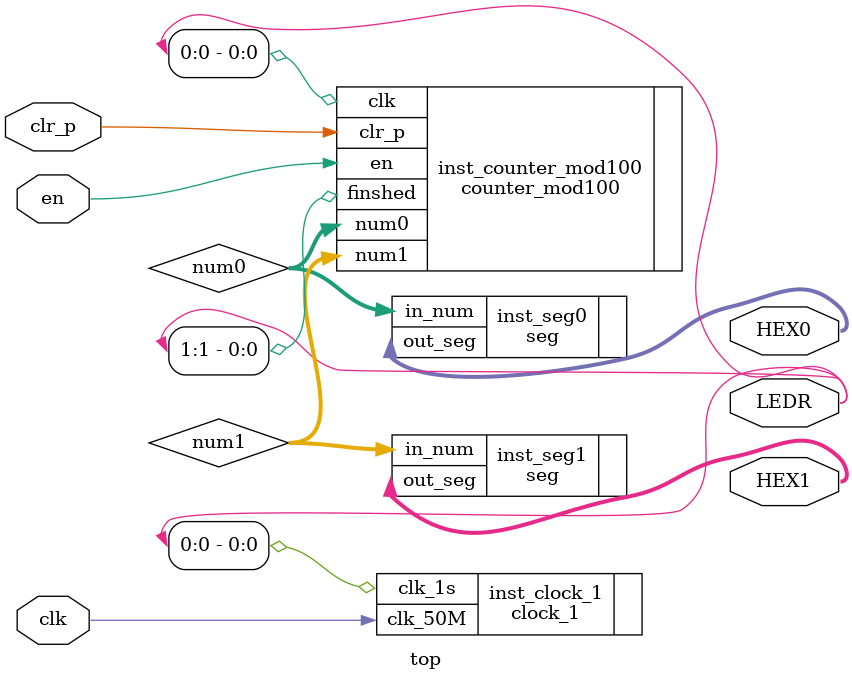
<source format=v>
module top (clk, en, clr_p, LEDR, HEX0, HEX1);
    input clk; 
    input en; // 当en为1时正常工作，否则暂停计数,同步
    input clr_p; //异步清零信号,高电平有效
    output		     [1:0]		LEDR; //相关指示信号
    output		     [6:0]		HEX0; //七段管0
	  output		     [6:0]		HEX1; //七段管1

    wire [3:0] num1, num0;
    
    /*实列化分频器*/
    clock_1 inst_clock_1(
      .clk_50M(clk),
      .clk_1s(LEDR[0])
    );

    counter_mod100 inst_counter_mod100(
      .clk(LEDR[0]),
      .en(en),
      .clr_p(clr_p),
      .num1(num1),
      .num0(num0),
      .finshed(LEDR[1])
    );

    seg inst_seg0(
      .in_num(num0),
      .out_seg(HEX0)
    );

    seg inst_seg1(
      .in_num(num1),
      .out_seg(HEX1)
    );

endmodule


</source>
